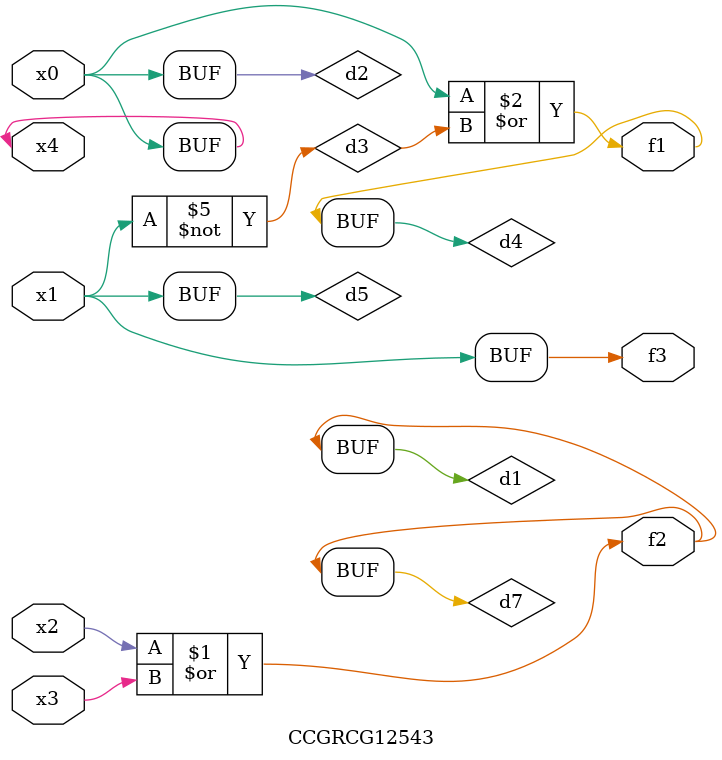
<source format=v>
module CCGRCG12543(
	input x0, x1, x2, x3, x4,
	output f1, f2, f3
);

	wire d1, d2, d3, d4, d5, d6, d7;

	or (d1, x2, x3);
	buf (d2, x0, x4);
	not (d3, x1);
	or (d4, d2, d3);
	not (d5, d3);
	nand (d6, d1, d3);
	or (d7, d1);
	assign f1 = d4;
	assign f2 = d7;
	assign f3 = d5;
endmodule

</source>
